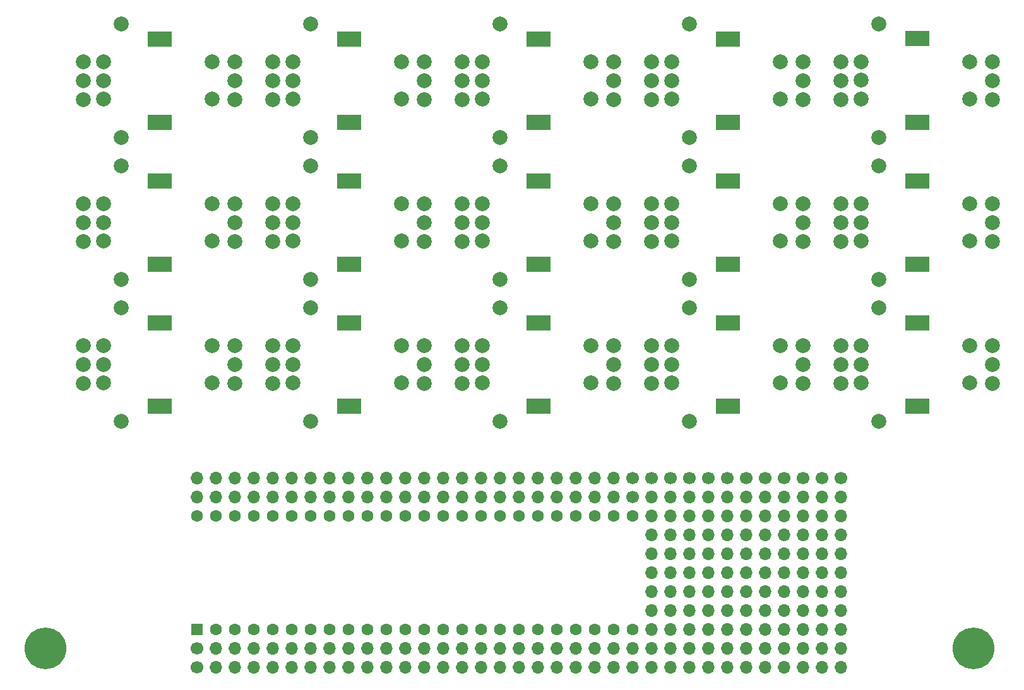
<source format=gbr>
%TF.GenerationSoftware,KiCad,Pcbnew,(6.0.0)*%
%TF.CreationDate,2022-08-09T18:09:24+02:00*%
%TF.ProjectId,matrix,6d617472-6978-42e6-9b69-6361645f7063,rev?*%
%TF.SameCoordinates,Original*%
%TF.FileFunction,Soldermask,Top*%
%TF.FilePolarity,Negative*%
%FSLAX46Y46*%
G04 Gerber Fmt 4.6, Leading zero omitted, Abs format (unit mm)*
G04 Created by KiCad (PCBNEW (6.0.0)) date 2022-08-09 18:09:24*
%MOMM*%
%LPD*%
G01*
G04 APERTURE LIST*
%ADD10C,2.000000*%
%ADD11R,3.200000X2.000000*%
%ADD12C,1.700000*%
%ADD13O,1.700000X1.700000*%
%ADD14C,5.600000*%
%ADD15C,3.600000*%
%ADD16R,1.600000X1.600000*%
%ADD17C,1.600000*%
G04 APERTURE END LIST*
D10*
%TO.C,ENC4*%
X-589794000Y116820000D03*
X-589794000Y111820000D03*
X-604294000Y114320000D03*
X-604294000Y116820000D03*
X-604294000Y111820000D03*
X-607060000Y116840000D03*
X-586740000Y116840000D03*
X-607060000Y114300000D03*
X-586740000Y114300000D03*
X-601980000Y121920000D03*
X-601980000Y106680000D03*
D11*
X-596794000Y108720000D03*
X-596794000Y119920000D03*
D10*
X-607060000Y111760000D03*
X-586740000Y111760000D03*
%TD*%
D12*
%TO.C,REF\u002A\u002A*%
X-548640000Y60960000D03*
X-548640000Y60960000D03*
D13*
X-548640000Y58420000D03*
X-548640000Y55880000D03*
X-548640000Y53340000D03*
X-548640000Y50800000D03*
X-548640000Y48260000D03*
X-548640000Y45720000D03*
X-548640000Y43180000D03*
X-548640000Y40640000D03*
X-548640000Y38100000D03*
X-548640000Y35560000D03*
%TD*%
D10*
%TO.C,ENC10*%
X-553494000Y116820000D03*
X-538994000Y116820000D03*
X-538994000Y111820000D03*
X-553494000Y114320000D03*
X-553494000Y111820000D03*
X-556260000Y116840000D03*
X-535940000Y116840000D03*
X-556260000Y114300000D03*
X-535940000Y114300000D03*
X-551180000Y121920000D03*
X-551180000Y106680000D03*
D11*
X-545994000Y108720000D03*
X-545994000Y119920000D03*
D10*
X-556260000Y111760000D03*
X-535940000Y111760000D03*
%TD*%
D12*
%TO.C,REF\u002A\u002A*%
X-541020000Y60960000D03*
X-541020000Y60960000D03*
D13*
X-541020000Y58420000D03*
X-541020000Y55880000D03*
X-541020000Y53340000D03*
X-541020000Y50800000D03*
X-541020000Y48260000D03*
X-541020000Y45720000D03*
X-541020000Y43180000D03*
X-541020000Y40640000D03*
X-541020000Y38100000D03*
X-541020000Y35560000D03*
%TD*%
D14*
%TO.C,REF\u002A\u002A*%
X-637540000Y38100000D03*
X-637540000Y38100000D03*
D15*
X-637540000Y38100000D03*
%TD*%
D12*
%TO.C,REF\u002A\u002A*%
X-556260000Y60960000D03*
X-556260000Y60960000D03*
D13*
X-556260000Y58420000D03*
X-556260000Y55880000D03*
X-556260000Y53340000D03*
X-556260000Y50800000D03*
X-556260000Y48260000D03*
X-556260000Y45720000D03*
X-556260000Y43180000D03*
X-556260000Y40640000D03*
X-556260000Y38100000D03*
X-556260000Y35560000D03*
%TD*%
D10*
%TO.C,ENC7*%
X-578894000Y114320000D03*
X-564394000Y111820000D03*
X-578894000Y116820000D03*
X-564394000Y116820000D03*
X-578894000Y111820000D03*
X-581660000Y116840000D03*
X-561340000Y116840000D03*
X-581660000Y114300000D03*
X-561340000Y114300000D03*
X-576580000Y121920000D03*
X-576580000Y106680000D03*
D11*
X-571394000Y119920000D03*
X-571394000Y108720000D03*
D10*
X-581660000Y111760000D03*
X-561340000Y111760000D03*
%TD*%
D12*
%TO.C,J2*%
X-558800000Y58420000D03*
D13*
X-561340000Y58420000D03*
X-563880000Y58420000D03*
X-566420000Y58420000D03*
X-568960000Y58420000D03*
X-571500000Y58420000D03*
X-574040000Y58420000D03*
X-576580000Y58420000D03*
X-579120000Y58420000D03*
X-581660000Y58420000D03*
X-584200000Y58420000D03*
X-586740000Y58420000D03*
X-589280000Y58420000D03*
X-591820000Y58420000D03*
X-594360000Y58420000D03*
X-596900000Y58420000D03*
X-599440000Y58420000D03*
X-601980000Y58420000D03*
X-604520000Y58420000D03*
X-607060000Y58420000D03*
X-609600000Y58420000D03*
X-612140000Y58420000D03*
X-614680000Y58420000D03*
X-617220000Y58420000D03*
%TD*%
D12*
%TO.C,REF\u002A\u002A*%
X-533400000Y60960000D03*
X-533400000Y60960000D03*
D13*
X-533400000Y58420000D03*
X-533400000Y55880000D03*
X-533400000Y53340000D03*
X-533400000Y50800000D03*
X-533400000Y48260000D03*
X-533400000Y45720000D03*
X-533400000Y43180000D03*
X-533400000Y40640000D03*
X-533400000Y38100000D03*
X-533400000Y35560000D03*
%TD*%
D10*
%TO.C,ENC1*%
X-615194000Y116820000D03*
X-615194000Y111820000D03*
X-629694000Y114320000D03*
X-629694000Y116820000D03*
X-629694000Y111820000D03*
X-632460000Y116840000D03*
X-612140000Y116840000D03*
X-632460000Y114300000D03*
X-612140000Y114300000D03*
X-627380000Y121920000D03*
X-627380000Y106680000D03*
D11*
X-622194000Y108720000D03*
X-622194000Y119920000D03*
D10*
X-632460000Y111760000D03*
X-612140000Y111760000D03*
%TD*%
D12*
%TO.C,REF\u002A\u002A*%
X-535940000Y60960000D03*
X-535940000Y60960000D03*
D13*
X-535940000Y58420000D03*
X-535940000Y55880000D03*
X-535940000Y53340000D03*
X-535940000Y50800000D03*
X-535940000Y48260000D03*
X-535940000Y45720000D03*
X-535940000Y43180000D03*
X-535940000Y40640000D03*
X-535940000Y38100000D03*
X-535940000Y35560000D03*
%TD*%
D10*
%TO.C,ENC15*%
X-528094000Y78720000D03*
X-513594000Y73720000D03*
X-528094000Y76220000D03*
X-513594000Y78720000D03*
X-528094000Y73720000D03*
X-530860000Y78740000D03*
X-510540000Y78740000D03*
X-530860000Y76200000D03*
X-510540000Y76200000D03*
X-525780000Y83820000D03*
X-525780000Y68580000D03*
D11*
X-520594000Y81820000D03*
X-520594000Y70620000D03*
D10*
X-530860000Y73660000D03*
X-510540000Y73660000D03*
%TD*%
D12*
%TO.C,REF\u002A\u002A*%
X-551180000Y60960000D03*
X-551180000Y60960000D03*
D13*
X-551180000Y58420000D03*
X-551180000Y55880000D03*
X-551180000Y53340000D03*
X-551180000Y50800000D03*
X-551180000Y48260000D03*
X-551180000Y45720000D03*
X-551180000Y43180000D03*
X-551180000Y40640000D03*
X-551180000Y38100000D03*
X-551180000Y35560000D03*
%TD*%
D10*
%TO.C,ENC8*%
X-564394000Y92770000D03*
X-578894000Y95270000D03*
X-564394000Y97770000D03*
X-578894000Y97770000D03*
X-578894000Y92770000D03*
X-581660000Y97790000D03*
X-561340000Y97790000D03*
X-581660000Y95250000D03*
X-561340000Y95250000D03*
X-576580000Y102870000D03*
X-576580000Y87630000D03*
D11*
X-571394000Y100870000D03*
X-571394000Y89670000D03*
D10*
X-581660000Y92710000D03*
X-561340000Y92710000D03*
%TD*%
D12*
%TO.C,REF\u002A\u002A*%
X-553720000Y60960000D03*
X-553720000Y60960000D03*
D13*
X-553720000Y58420000D03*
X-553720000Y55880000D03*
X-553720000Y53340000D03*
X-553720000Y50800000D03*
X-553720000Y48260000D03*
X-553720000Y45720000D03*
X-553720000Y43180000D03*
X-553720000Y40640000D03*
X-553720000Y38100000D03*
X-553720000Y35560000D03*
%TD*%
D10*
%TO.C,ENC6*%
X-589794000Y73720000D03*
X-589794000Y78720000D03*
X-604294000Y78720000D03*
X-604294000Y76220000D03*
X-604294000Y73720000D03*
X-607060000Y78740000D03*
X-586740000Y78740000D03*
X-607060000Y76200000D03*
X-586740000Y76200000D03*
X-601980000Y83820000D03*
X-601980000Y68580000D03*
D11*
X-596794000Y81820000D03*
X-596794000Y70620000D03*
D10*
X-607060000Y73660000D03*
X-586740000Y73660000D03*
%TD*%
%TO.C,ENC14*%
X-513594000Y92770000D03*
X-528094000Y97770000D03*
X-528094000Y95270000D03*
X-513594000Y97770000D03*
X-528094000Y92770000D03*
X-530860000Y97790000D03*
X-510540000Y97790000D03*
X-530860000Y95250000D03*
X-510540000Y95250000D03*
X-525780000Y102870000D03*
X-525780000Y87630000D03*
D11*
X-520594000Y100870000D03*
X-520594000Y89670000D03*
D10*
X-530860000Y92710000D03*
X-510540000Y92710000D03*
%TD*%
D14*
%TO.C,REF\u002A\u002A*%
X-513080000Y38100000D03*
X-513080000Y38100000D03*
D15*
X-513080000Y38100000D03*
%TD*%
D10*
%TO.C,ENC5*%
X-589794000Y92770000D03*
X-604294000Y95270000D03*
X-604294000Y97770000D03*
X-589794000Y97770000D03*
X-604294000Y92770000D03*
X-607060000Y97790000D03*
X-586740000Y97790000D03*
X-607060000Y95250000D03*
X-586740000Y95250000D03*
X-601980000Y102870000D03*
X-601980000Y87630000D03*
D11*
X-596794000Y100870000D03*
X-596794000Y89670000D03*
D10*
X-607060000Y92710000D03*
X-586740000Y92710000D03*
%TD*%
%TO.C,ENC13*%
X-513594000Y116839990D03*
X-513594000Y111839990D03*
X-528094000Y114339990D03*
X-528094000Y116839990D03*
X-528094000Y111839990D03*
X-530860000Y116859990D03*
X-510540000Y116859990D03*
X-530860000Y114319990D03*
X-510540000Y114319990D03*
X-525780000Y121939990D03*
X-525780000Y106699990D03*
D11*
X-520594000Y119939990D03*
X-520594000Y108739990D03*
D10*
X-530860000Y111779990D03*
X-510540000Y111779990D03*
%TD*%
%TO.C,ENC9*%
X-578894000Y76220000D03*
X-564394000Y78720000D03*
X-578894000Y78720000D03*
X-564394000Y73720000D03*
X-578894000Y73720000D03*
X-581660000Y78740000D03*
X-561340000Y78740000D03*
X-581660000Y76200000D03*
X-561340000Y76200000D03*
X-576580000Y83820000D03*
X-576580000Y68580000D03*
D11*
X-571394000Y70620000D03*
X-571394000Y81820000D03*
D10*
X-581660000Y73660000D03*
X-561340000Y73660000D03*
%TD*%
%TO.C,ENC12*%
X-553494000Y78720000D03*
X-553494000Y76220000D03*
X-538994000Y78720000D03*
X-538994000Y73720000D03*
X-553494000Y73720000D03*
X-556260000Y78740000D03*
X-535940000Y78740000D03*
X-556260000Y76200000D03*
X-535940000Y76200000D03*
X-551180000Y83820000D03*
X-551180000Y68580000D03*
D11*
X-545994000Y70620000D03*
X-545994000Y81820000D03*
D10*
X-556260000Y73660000D03*
X-535940000Y73660000D03*
%TD*%
%TO.C,ENC11*%
X-553494000Y95270000D03*
X-538994000Y92770000D03*
X-538994000Y97770000D03*
X-553494000Y97770000D03*
X-553494000Y92770000D03*
X-556260000Y97790000D03*
X-535940000Y97790000D03*
X-556260000Y95250000D03*
X-535940000Y95250000D03*
X-551180000Y102870000D03*
X-551180000Y87630000D03*
D11*
X-545994000Y89670000D03*
X-545994000Y100870000D03*
D10*
X-556260000Y92710000D03*
X-535940000Y92710000D03*
%TD*%
D12*
%TO.C,REF\u002A\u002A*%
X-530860000Y60960000D03*
X-530860000Y60960000D03*
D13*
X-530860000Y58420000D03*
X-530860000Y55880000D03*
X-530860000Y53340000D03*
X-530860000Y50800000D03*
X-530860000Y48260000D03*
X-530860000Y45720000D03*
X-530860000Y43180000D03*
X-530860000Y40640000D03*
X-530860000Y38100000D03*
X-530860000Y35560000D03*
%TD*%
D12*
%TO.C,J1*%
X-558800000Y60960000D03*
D13*
X-561340000Y60960000D03*
X-563880000Y60960000D03*
X-566420000Y60960000D03*
X-568960000Y60960000D03*
X-571500000Y60960000D03*
X-574040000Y60960000D03*
X-576580000Y60960000D03*
X-579120000Y60960000D03*
X-581660000Y60960000D03*
X-584200000Y60960000D03*
X-586740000Y60960000D03*
X-589280000Y60960000D03*
X-591820000Y60960000D03*
X-594360000Y60960000D03*
X-596900000Y60960000D03*
X-599440000Y60960000D03*
X-601980000Y60960000D03*
X-604520000Y60960000D03*
X-607060000Y60960000D03*
X-609600000Y60960000D03*
X-612140000Y60960000D03*
X-614680000Y60960000D03*
X-617220000Y60960000D03*
%TD*%
D10*
%TO.C,ENC2*%
X-629694000Y97770000D03*
X-615194000Y92770000D03*
X-629694000Y95270000D03*
X-615194000Y97770000D03*
X-629694000Y92770000D03*
X-632460000Y97790000D03*
X-612140000Y97790000D03*
X-632460000Y95250000D03*
X-612140000Y95250000D03*
X-627380000Y102870000D03*
X-627380000Y87630000D03*
D11*
X-622194000Y100870000D03*
X-622194000Y89670000D03*
D10*
X-632460000Y92710000D03*
X-612140000Y92710000D03*
%TD*%
D16*
%TO.C,U1*%
X-617220000Y40640000D03*
D17*
X-614680000Y40640000D03*
X-612140000Y40640000D03*
X-609600000Y40640000D03*
X-607060000Y40640000D03*
X-604520000Y40640000D03*
X-601980000Y40640000D03*
X-599440000Y40640000D03*
X-596900000Y40640000D03*
X-594360000Y40640000D03*
X-591820000Y40640000D03*
X-589280000Y40640000D03*
X-586740000Y40640000D03*
X-584200000Y40640000D03*
X-581660000Y40640000D03*
X-579120000Y40640000D03*
X-576580000Y40640000D03*
X-574040000Y40640000D03*
X-571500000Y40640000D03*
X-568960000Y40640000D03*
X-566420000Y40640000D03*
X-563880000Y40640000D03*
X-561340000Y40640000D03*
X-558800000Y40640000D03*
X-558800000Y55880000D03*
X-561340000Y55880000D03*
X-563880000Y55880000D03*
X-566420000Y55880000D03*
X-568960000Y55880000D03*
X-571500000Y55880000D03*
X-574040000Y55880000D03*
X-576580000Y55880000D03*
X-579120000Y55880000D03*
X-581660000Y55880000D03*
X-584200000Y55880000D03*
X-586740000Y55880000D03*
X-589280000Y55880000D03*
X-591820000Y55880000D03*
X-594360000Y55880000D03*
X-596900000Y55880000D03*
X-599440000Y55880000D03*
X-601980000Y55880000D03*
X-604520000Y55880000D03*
X-607060000Y55880000D03*
X-609600000Y55880000D03*
X-612140000Y55880000D03*
X-614680000Y55880000D03*
X-617220000Y55880000D03*
%TD*%
D12*
%TO.C,J3*%
X-617220000Y38100000D03*
D13*
X-614680000Y38100000D03*
X-612140000Y38100000D03*
X-609600000Y38100000D03*
X-607060000Y38100000D03*
X-604520000Y38100000D03*
X-601980000Y38100000D03*
X-599440000Y38100000D03*
X-596900000Y38100000D03*
X-594360000Y38100000D03*
X-591820000Y38100000D03*
X-589280000Y38100000D03*
X-586740000Y38100000D03*
X-584200000Y38100000D03*
X-581660000Y38100000D03*
X-579120000Y38100000D03*
X-576580000Y38100000D03*
X-574040000Y38100000D03*
X-571500000Y38100000D03*
X-568960000Y38100000D03*
X-566420000Y38100000D03*
X-563880000Y38100000D03*
X-561340000Y38100000D03*
X-558800000Y38100000D03*
%TD*%
D12*
%TO.C,REF\u002A\u002A*%
X-538480000Y60960000D03*
X-538480000Y60960000D03*
D13*
X-538480000Y58420000D03*
X-538480000Y55880000D03*
X-538480000Y53340000D03*
X-538480000Y50800000D03*
X-538480000Y48260000D03*
X-538480000Y45720000D03*
X-538480000Y43180000D03*
X-538480000Y40640000D03*
X-538480000Y38100000D03*
X-538480000Y35560000D03*
%TD*%
D10*
%TO.C,ENC3*%
X-615194000Y73720000D03*
X-629694000Y78720000D03*
X-629694000Y76220000D03*
X-615194000Y78720000D03*
X-629694000Y73720000D03*
X-632460000Y78740000D03*
X-612140000Y78740000D03*
X-632460000Y76200000D03*
X-612140000Y76200000D03*
X-627380000Y83820000D03*
X-627380000Y68580000D03*
D11*
X-622194000Y70620000D03*
X-622194000Y81820000D03*
D10*
X-632460000Y73660000D03*
X-612140000Y73660000D03*
%TD*%
D12*
%TO.C,J4*%
X-617220000Y35560000D03*
D13*
X-614680000Y35560000D03*
X-612140000Y35560000D03*
X-609600000Y35560000D03*
X-607060000Y35560000D03*
X-604520000Y35560000D03*
X-601980000Y35560000D03*
X-599440000Y35560000D03*
X-596900000Y35560000D03*
X-594360000Y35560000D03*
X-591820000Y35560000D03*
X-589280000Y35560000D03*
X-586740000Y35560000D03*
X-584200000Y35560000D03*
X-581660000Y35560000D03*
X-579120000Y35560000D03*
X-576580000Y35560000D03*
X-574040000Y35560000D03*
X-571500000Y35560000D03*
X-568960000Y35560000D03*
X-566420000Y35560000D03*
X-563880000Y35560000D03*
X-561340000Y35560000D03*
X-558800000Y35560000D03*
%TD*%
D12*
%TO.C,REF\u002A\u002A*%
X-546100000Y60960000D03*
X-546100000Y60960000D03*
D13*
X-546100000Y58420000D03*
X-546100000Y55880000D03*
X-546100000Y53340000D03*
X-546100000Y50800000D03*
X-546100000Y48260000D03*
X-546100000Y45720000D03*
X-546100000Y43180000D03*
X-546100000Y40640000D03*
X-546100000Y38100000D03*
X-546100000Y35560000D03*
%TD*%
D12*
%TO.C,REF\u002A\u002A*%
X-543560000Y60960000D03*
X-543560000Y60960000D03*
D13*
X-543560000Y58420000D03*
X-543560000Y55880000D03*
X-543560000Y53340000D03*
X-543560000Y50800000D03*
X-543560000Y48260000D03*
X-543560000Y45720000D03*
X-543560000Y43180000D03*
X-543560000Y40640000D03*
X-543560000Y38100000D03*
X-543560000Y35560000D03*
%TD*%
M02*

</source>
